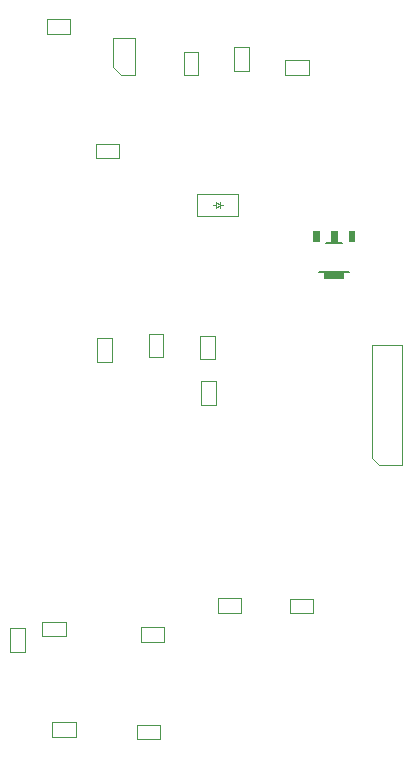
<source format=gbr>
G04 #@! TF.GenerationSoftware,KiCad,Pcbnew,5.1.7-a382d34a8~88~ubuntu18.04.1*
G04 #@! TF.CreationDate,2021-09-05T21:22:39+05:30*
G04 #@! TF.ProjectId,Sensor_PCB_v7,53656e73-6f72-45f5-9043-425f76372e6b,rev?*
G04 #@! TF.SameCoordinates,Original*
G04 #@! TF.FileFunction,Other,Fab,Bot*
%FSLAX46Y46*%
G04 Gerber Fmt 4.6, Leading zero omitted, Abs format (unit mm)*
G04 Created by KiCad (PCBNEW 5.1.7-a382d34a8~88~ubuntu18.04.1) date 2021-09-05 21:22:39*
%MOMM*%
%LPD*%
G01*
G04 APERTURE LIST*
%ADD10C,0.010000*%
%ADD11C,0.152400*%
%ADD12C,0.100000*%
G04 APERTURE END LIST*
D10*
G36*
X52668500Y-39069000D02*
G01*
X53168500Y-39069000D01*
X53168500Y-38069000D01*
X52668500Y-38069000D01*
X52668500Y-39069000D01*
G37*
X52668500Y-39069000D02*
X53168500Y-39069000D01*
X53168500Y-38069000D01*
X52668500Y-38069000D01*
X52668500Y-39069000D01*
G36*
X52118500Y-42069000D02*
G01*
X53718500Y-42069000D01*
X53718500Y-41569000D01*
X52118500Y-41569000D01*
X52118500Y-42069000D01*
G37*
X52118500Y-42069000D02*
X53718500Y-42069000D01*
X53718500Y-41569000D01*
X52118500Y-41569000D01*
X52118500Y-42069000D01*
D11*
X52238500Y-39069000D02*
X53598500Y-39069000D01*
X51638500Y-41569000D02*
X54198500Y-41569000D01*
D10*
G36*
X51168500Y-38929000D02*
G01*
X51668500Y-38929000D01*
X51668500Y-38069000D01*
X51168500Y-38069000D01*
X51168500Y-38929000D01*
G37*
X51168500Y-38929000D02*
X51668500Y-38929000D01*
X51668500Y-38069000D01*
X51168500Y-38069000D01*
X51168500Y-38929000D01*
G36*
X54168500Y-38929000D02*
G01*
X54668500Y-38929000D01*
X54668500Y-38069000D01*
X54168500Y-38069000D01*
X54168500Y-38929000D01*
G37*
X54168500Y-38929000D02*
X54668500Y-38929000D01*
X54668500Y-38069000D01*
X54168500Y-38069000D01*
X54168500Y-38929000D01*
D12*
X25542000Y-73710000D02*
X26782000Y-73710000D01*
X25542000Y-71710000D02*
X25542000Y-73710000D01*
X26782000Y-71710000D02*
X25542000Y-71710000D01*
X26782000Y-73710000D02*
X26782000Y-71710000D01*
X56776600Y-57919600D02*
X58681600Y-57919600D01*
X58681600Y-57919600D02*
X58681600Y-47759600D01*
X58681600Y-47759600D02*
X56141600Y-47759600D01*
X56141600Y-47759600D02*
X56141600Y-57284600D01*
X56141600Y-57284600D02*
X56776600Y-57919600D01*
X45084200Y-70381100D02*
X45084200Y-69141100D01*
X43084200Y-70381100D02*
X45084200Y-70381100D01*
X43084200Y-69141100D02*
X43084200Y-70381100D01*
X45084200Y-69141100D02*
X43084200Y-69141100D01*
X41607500Y-48947600D02*
X42847500Y-48947600D01*
X41607500Y-46947600D02*
X41607500Y-48947600D01*
X42847500Y-46947600D02*
X41607500Y-46947600D01*
X42847500Y-48947600D02*
X42847500Y-46947600D01*
X42916100Y-52805800D02*
X42916100Y-50805800D01*
X42916100Y-50805800D02*
X41676100Y-50805800D01*
X41676100Y-50805800D02*
X41676100Y-52805800D01*
X41676100Y-52805800D02*
X42916100Y-52805800D01*
X34150500Y-49150800D02*
X34150500Y-47150800D01*
X34150500Y-47150800D02*
X32910500Y-47150800D01*
X32910500Y-47150800D02*
X32910500Y-49150800D01*
X32910500Y-49150800D02*
X34150500Y-49150800D01*
X45722800Y-22521200D02*
X44482800Y-22521200D01*
X45722800Y-24521200D02*
X45722800Y-22521200D01*
X44482800Y-24521200D02*
X45722800Y-24521200D01*
X44482800Y-22521200D02*
X44482800Y-24521200D01*
X32756600Y-31905180D02*
X34756600Y-31905180D01*
X34756600Y-31905180D02*
X34756600Y-30665180D01*
X34756600Y-30665180D02*
X32756600Y-30665180D01*
X32756600Y-30665180D02*
X32756600Y-31905180D01*
X40208000Y-22896300D02*
X40208000Y-24896300D01*
X40208000Y-24896300D02*
X41448000Y-24896300D01*
X41448000Y-24896300D02*
X41448000Y-22896300D01*
X41448000Y-22896300D02*
X40208000Y-22896300D01*
X51180200Y-69204600D02*
X49180200Y-69204600D01*
X49180200Y-69204600D02*
X49180200Y-70444600D01*
X49180200Y-70444600D02*
X51180200Y-70444600D01*
X51180200Y-70444600D02*
X51180200Y-69204600D01*
X37243800Y-48769800D02*
X38483800Y-48769800D01*
X37243800Y-46769800D02*
X37243800Y-48769800D01*
X38483800Y-46769800D02*
X37243800Y-46769800D01*
X38483800Y-48769800D02*
X38483800Y-46769800D01*
X30606200Y-20108900D02*
X28606200Y-20108900D01*
X28606200Y-20108900D02*
X28606200Y-21348900D01*
X28606200Y-21348900D02*
X30606200Y-21348900D01*
X30606200Y-21348900D02*
X30606200Y-20108900D01*
X50789100Y-24846500D02*
X50789100Y-23606500D01*
X48789100Y-24846500D02*
X50789100Y-24846500D01*
X48789100Y-23606500D02*
X48789100Y-24846500D01*
X50789100Y-23606500D02*
X48789100Y-23606500D01*
X34253600Y-24176600D02*
X34903600Y-24826600D01*
X36053600Y-24826600D02*
X34903600Y-24826600D01*
X34253600Y-24176600D02*
X34253600Y-21726600D01*
X36053600Y-21726600D02*
X34253600Y-21726600D01*
X36053600Y-24826600D02*
X36053600Y-21726600D01*
X43327300Y-35610800D02*
X43327300Y-36118800D01*
X42946300Y-35864800D02*
X42692300Y-35864800D01*
X43327300Y-35864800D02*
X43581300Y-35864800D01*
X42946300Y-36118800D02*
X43327300Y-35864800D01*
X42946300Y-35610800D02*
X42946300Y-36118800D01*
X43327300Y-35864800D02*
X42946300Y-35610800D01*
X44773300Y-36814800D02*
X44773300Y-34914800D01*
X41373300Y-36814800D02*
X44773300Y-36814800D01*
X41373300Y-34914800D02*
X41373300Y-36814800D01*
X44773300Y-34914800D02*
X41373300Y-34914800D01*
X29100800Y-79679600D02*
X29100800Y-80919600D01*
X31100800Y-79679600D02*
X29100800Y-79679600D01*
X31100800Y-80919600D02*
X31100800Y-79679600D01*
X29100800Y-80919600D02*
X31100800Y-80919600D01*
X36564000Y-72827100D02*
X38564000Y-72827100D01*
X38564000Y-72827100D02*
X38564000Y-71587100D01*
X38564000Y-71587100D02*
X36564000Y-71587100D01*
X36564000Y-71587100D02*
X36564000Y-72827100D01*
X28237900Y-71157900D02*
X28237900Y-72397900D01*
X30237900Y-71157900D02*
X28237900Y-71157900D01*
X30237900Y-72397900D02*
X30237900Y-71157900D01*
X28237900Y-72397900D02*
X30237900Y-72397900D01*
X36223700Y-79870100D02*
X36223700Y-81110100D01*
X38223700Y-79870100D02*
X36223700Y-79870100D01*
X38223700Y-81110100D02*
X38223700Y-79870100D01*
X36223700Y-81110100D02*
X38223700Y-81110100D01*
M02*

</source>
